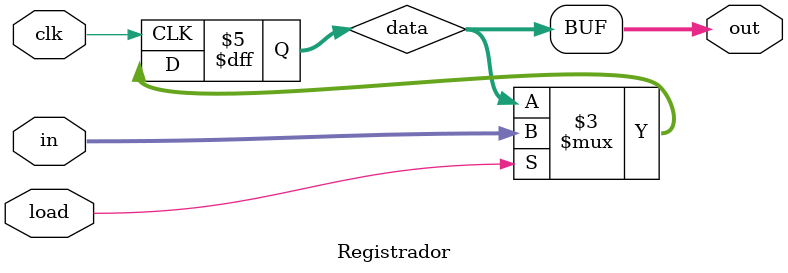
<source format=v>
module Registrador
 #(parameter BITS = 64) (
  input        clk,
  input        load,
  input  [BITS-1:0] in,
  output [BITS-1:0] out
);

reg [BITS-1:0] data;


always @(posedge clk)
begin
  #5
  if (load)
    data = in;
end

assign out = data;

endmodule
</source>
